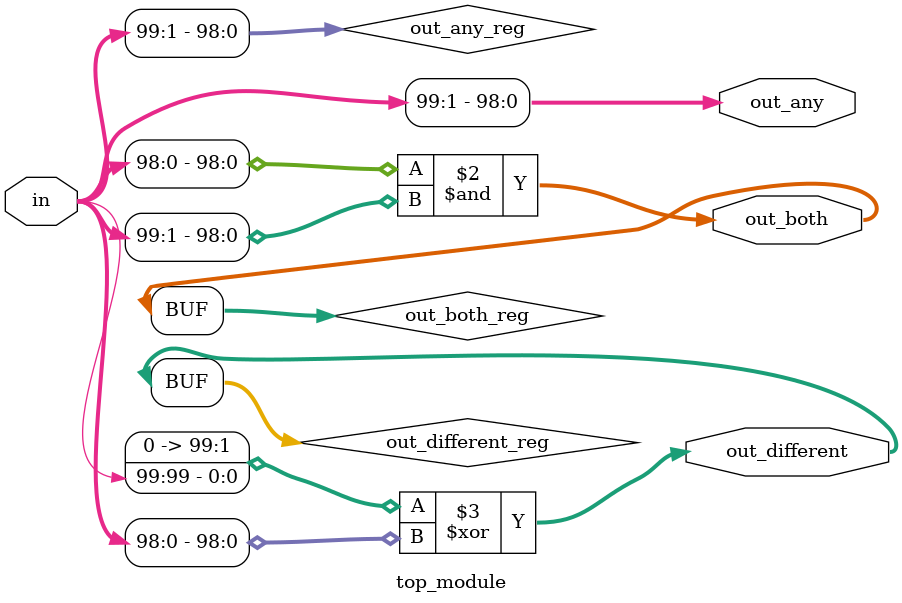
<source format=sv>
module top_module (
    input [99:0] in,
    output [98:0] out_both,
    output [99:1] out_any,
    output [99:0] out_different
);
    reg [98:0] out_both_reg;
    reg [99:1] out_any_reg;
    reg [99:0] out_different_reg;

    always @(*) begin
        out_both_reg = in[98:0] & in[99:1];
        out_any_reg = {in[98], in[99:1]};
        out_different_reg = {in[99]} ^ in[98:0];
    end
    
    assign out_both = out_both_reg;
    assign out_any = out_any_reg;
    assign out_different = out_different_reg;
    
endmodule

</source>
